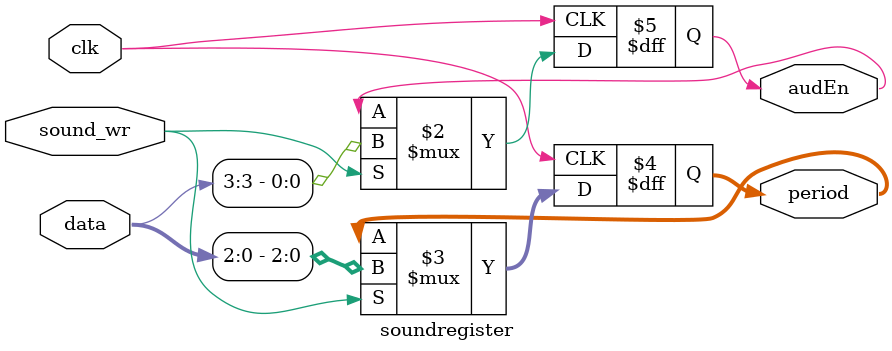
<source format=sv>
`timescale 1ns / 1ps


module soundregister(
    input wire clk,
    input wire sound_wr,
    input wire [3:0] data, 
    output logic [2:0] period,
    output logic audEn
    );
    
   
    always_ff @(posedge clk)
    begin
        audEn <= sound_wr? data[3]: audEn;    //audEn
         period <= sound_wr? data[2:0]:period;
         end
     
    
    
endmodule

</source>
